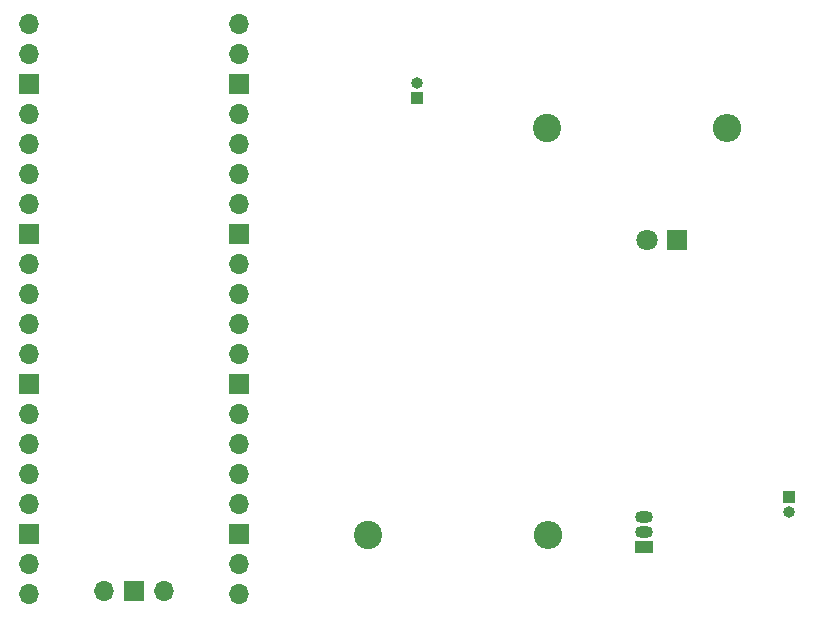
<source format=gbr>
%TF.GenerationSoftware,KiCad,Pcbnew,8.0.0*%
%TF.CreationDate,2024-03-31T23:44:17-03:00*%
%TF.ProjectId,pcb-atividade,7063622d-6174-4697-9669-646164652e6b,rev?*%
%TF.SameCoordinates,Original*%
%TF.FileFunction,Copper,L2,Bot*%
%TF.FilePolarity,Positive*%
%FSLAX46Y46*%
G04 Gerber Fmt 4.6, Leading zero omitted, Abs format (unit mm)*
G04 Created by KiCad (PCBNEW 8.0.0) date 2024-03-31 23:44:17*
%MOMM*%
%LPD*%
G01*
G04 APERTURE LIST*
%TA.AperFunction,ComponentPad*%
%ADD10R,1.000000X1.000000*%
%TD*%
%TA.AperFunction,ComponentPad*%
%ADD11O,1.000000X1.000000*%
%TD*%
%TA.AperFunction,ComponentPad*%
%ADD12C,2.400000*%
%TD*%
%TA.AperFunction,ComponentPad*%
%ADD13O,2.400000X2.400000*%
%TD*%
%TA.AperFunction,ComponentPad*%
%ADD14O,1.700000X1.700000*%
%TD*%
%TA.AperFunction,ComponentPad*%
%ADD15R,1.700000X1.700000*%
%TD*%
%TA.AperFunction,ComponentPad*%
%ADD16R,1.500000X1.050000*%
%TD*%
%TA.AperFunction,ComponentPad*%
%ADD17O,1.500000X1.050000*%
%TD*%
%TA.AperFunction,ComponentPad*%
%ADD18R,1.800000X1.800000*%
%TD*%
%TA.AperFunction,ComponentPad*%
%ADD19C,1.800000*%
%TD*%
G04 APERTURE END LIST*
D10*
%TO.P,J2,1,Pin_1*%
%TO.N,VCC_Led*%
X146500000Y-90230000D03*
D11*
%TO.P,J2,2,Pin_2*%
%TO.N,Net-(J2-Pin_2)*%
X146500000Y-91500000D03*
%TD*%
D12*
%TO.P,R1,1*%
%TO.N,GND*%
X126000000Y-59000000D03*
D13*
%TO.P,R1,2*%
%TO.N,Net-(D1-K)*%
X141240000Y-59000000D03*
%TD*%
D12*
%TO.P,R2,1*%
%TO.N,GPIO16*%
X110880000Y-93500000D03*
D13*
%TO.P,R2,2*%
%TO.N,Net-(Q1-B)*%
X126120000Y-93500000D03*
%TD*%
D14*
%TO.P,U1,1,GPIO0*%
%TO.N,unconnected-(U1-GPIO0-Pad1)*%
X82220000Y-50240000D03*
%TO.P,U1,2,GPIO1*%
%TO.N,unconnected-(U1-GPIO1-Pad2)*%
X82220000Y-52780000D03*
D15*
%TO.P,U1,3,GND*%
%TO.N,unconnected-(U1-GND-Pad3)*%
X82220000Y-55320000D03*
D14*
%TO.P,U1,4,GPIO2*%
%TO.N,unconnected-(U1-GPIO2-Pad4)*%
X82220000Y-57860000D03*
%TO.P,U1,5,GPIO3*%
%TO.N,unconnected-(U1-GPIO3-Pad5)*%
X82220000Y-60400000D03*
%TO.P,U1,6,GPIO4*%
%TO.N,unconnected-(U1-GPIO4-Pad6)*%
X82220000Y-62940000D03*
%TO.P,U1,7,GPIO5*%
%TO.N,unconnected-(U1-GPIO5-Pad7)*%
X82220000Y-65480000D03*
D15*
%TO.P,U1,8,GND*%
%TO.N,unconnected-(U1-GND-Pad8)*%
X82220000Y-68020000D03*
D14*
%TO.P,U1,9,GPIO6*%
%TO.N,unconnected-(U1-GPIO6-Pad9)*%
X82220000Y-70560000D03*
%TO.P,U1,10,GPIO7*%
%TO.N,unconnected-(U1-GPIO7-Pad10)*%
X82220000Y-73100000D03*
%TO.P,U1,11,GPIO8*%
%TO.N,unconnected-(U1-GPIO8-Pad11)*%
X82220000Y-75640000D03*
%TO.P,U1,12,GPIO9*%
%TO.N,unconnected-(U1-GPIO9-Pad12)*%
X82220000Y-78180000D03*
D15*
%TO.P,U1,13,GND*%
%TO.N,unconnected-(U1-GND-Pad13)*%
X82220000Y-80720000D03*
D14*
%TO.P,U1,14,GPIO10*%
%TO.N,unconnected-(U1-GPIO10-Pad14)*%
X82220000Y-83260000D03*
%TO.P,U1,15,GPIO11*%
%TO.N,unconnected-(U1-GPIO11-Pad15)*%
X82220000Y-85800000D03*
%TO.P,U1,16,GPIO12*%
%TO.N,unconnected-(U1-GPIO12-Pad16)*%
X82220000Y-88340000D03*
%TO.P,U1,17,GPIO13*%
%TO.N,unconnected-(U1-GPIO13-Pad17)*%
X82220000Y-90880000D03*
D15*
%TO.P,U1,18,GND*%
%TO.N,unconnected-(U1-GND-Pad18)*%
X82220000Y-93420000D03*
D14*
%TO.P,U1,19,GPIO14*%
%TO.N,unconnected-(U1-GPIO14-Pad19)*%
X82220000Y-95960000D03*
%TO.P,U1,20,GPIO15*%
%TO.N,unconnected-(U1-GPIO15-Pad20)*%
X82220000Y-98500000D03*
%TO.P,U1,21,GPIO16*%
%TO.N,GPIO16*%
X100000000Y-98500000D03*
%TO.P,U1,22,GPIO17*%
%TO.N,unconnected-(U1-GPIO17-Pad22)*%
X100000000Y-95960000D03*
D15*
%TO.P,U1,23,GND*%
%TO.N,unconnected-(U1-GND-Pad23)*%
X100000000Y-93420000D03*
D14*
%TO.P,U1,24,GPIO18*%
%TO.N,unconnected-(U1-GPIO18-Pad24)*%
X100000000Y-90880000D03*
%TO.P,U1,25,GPIO19*%
%TO.N,unconnected-(U1-GPIO19-Pad25)*%
X100000000Y-88340000D03*
%TO.P,U1,26,GPIO20*%
%TO.N,unconnected-(U1-GPIO20-Pad26)*%
X100000000Y-85800000D03*
%TO.P,U1,27,GPIO21*%
%TO.N,unconnected-(U1-GPIO21-Pad27)*%
X100000000Y-83260000D03*
D15*
%TO.P,U1,28,GND*%
%TO.N,unconnected-(U1-GND-Pad28)*%
X100000000Y-80720000D03*
D14*
%TO.P,U1,29,GPIO22*%
%TO.N,unconnected-(U1-GPIO22-Pad29)*%
X100000000Y-78180000D03*
%TO.P,U1,30,RUN*%
%TO.N,unconnected-(U1-RUN-Pad30)*%
X100000000Y-75640000D03*
%TO.P,U1,31,GPIO26_ADC0*%
%TO.N,unconnected-(U1-GPIO26_ADC0-Pad31)*%
X100000000Y-73100000D03*
%TO.P,U1,32,GPIO27_ADC1*%
%TO.N,unconnected-(U1-GPIO27_ADC1-Pad32)*%
X100000000Y-70560000D03*
D15*
%TO.P,U1,33,AGND*%
%TO.N,unconnected-(U1-AGND-Pad33)*%
X100000000Y-68020000D03*
D14*
%TO.P,U1,34,GPIO28_ADC2*%
%TO.N,unconnected-(U1-GPIO28_ADC2-Pad34)*%
X100000000Y-65480000D03*
%TO.P,U1,35,ADC_VREF*%
%TO.N,unconnected-(U1-ADC_VREF-Pad35)*%
X100000000Y-62940000D03*
%TO.P,U1,36,3V3*%
%TO.N,unconnected-(U1-3V3-Pad36)*%
X100000000Y-60400000D03*
%TO.P,U1,37,3V3_EN*%
%TO.N,unconnected-(U1-3V3_EN-Pad37)*%
X100000000Y-57860000D03*
D15*
%TO.P,U1,38,GND*%
%TO.N,GND*%
X100000000Y-55320000D03*
D14*
%TO.P,U1,39,VSYS*%
%TO.N,VCC*%
X100000000Y-52780000D03*
%TO.P,U1,40,VBUS*%
%TO.N,unconnected-(U1-VBUS-Pad40)*%
X100000000Y-50240000D03*
%TO.P,U1,41,SWCLK*%
%TO.N,unconnected-(U1-SWCLK-Pad41)*%
X88570000Y-98270000D03*
D15*
%TO.P,U1,42,GND*%
%TO.N,unconnected-(U1-GND-Pad42)*%
X91110000Y-98270000D03*
D14*
%TO.P,U1,43,SWDIO*%
%TO.N,unconnected-(U1-SWDIO-Pad43)*%
X93650000Y-98270000D03*
%TD*%
D16*
%TO.P,Q1,1,C*%
%TO.N,Net-(J2-Pin_2)*%
X134275000Y-94500000D03*
D17*
%TO.P,Q1,2,B*%
%TO.N,Net-(Q1-B)*%
X134275000Y-93230000D03*
%TO.P,Q1,3,E*%
%TO.N,GND*%
X134275000Y-91960000D03*
%TD*%
D10*
%TO.P,J1,1,Pin_1*%
%TO.N,GND*%
X115000000Y-56500000D03*
D11*
%TO.P,J1,2,Pin_2*%
%TO.N,VCC*%
X115000000Y-55230000D03*
%TD*%
D18*
%TO.P,D1,1,K*%
%TO.N,Net-(D1-K)*%
X137040000Y-68500000D03*
D19*
%TO.P,D1,2,A*%
%TO.N,VCC_Led*%
X134500000Y-68500000D03*
%TD*%
M02*

</source>
